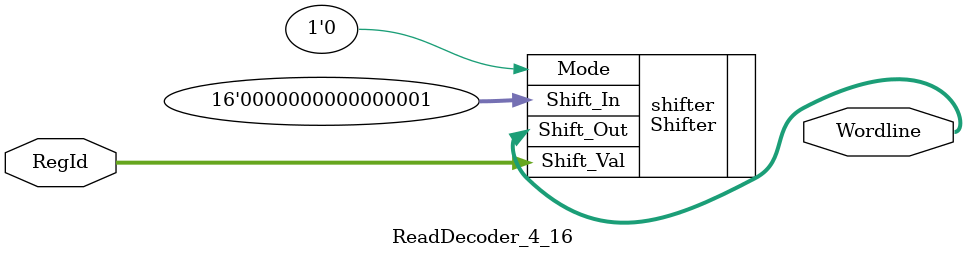
<source format=sv>

module ReadDecoder_4_16(RegId, Wordline);

input [3:0] RegId;
output [15:0] Wordline;

Shifter shifter(.Shift_Out(Wordline), .Shift_In(16'h0001), .Shift_Val(RegId), .Mode(1'b0)); // Mode=0 is SLL

endmodule

</source>
